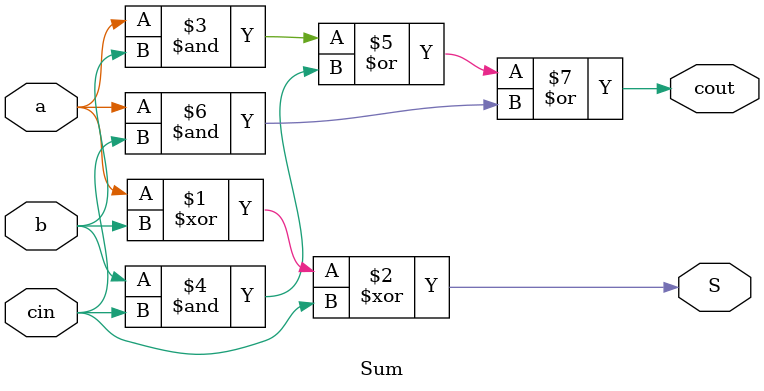
<source format=v>
module Sum(
    input a, b, // Entradas
    input cin,  // Carry in
    output S, // Suma
    output cout // Carry out
);

assign S = a ^ b ^ cin; //Se tienen 2 compuertas Xor entre las entradas a y b y entre el Carry in

assign cout = (a & b) | (b & cin) | (a & cin);

endmodule

</source>
